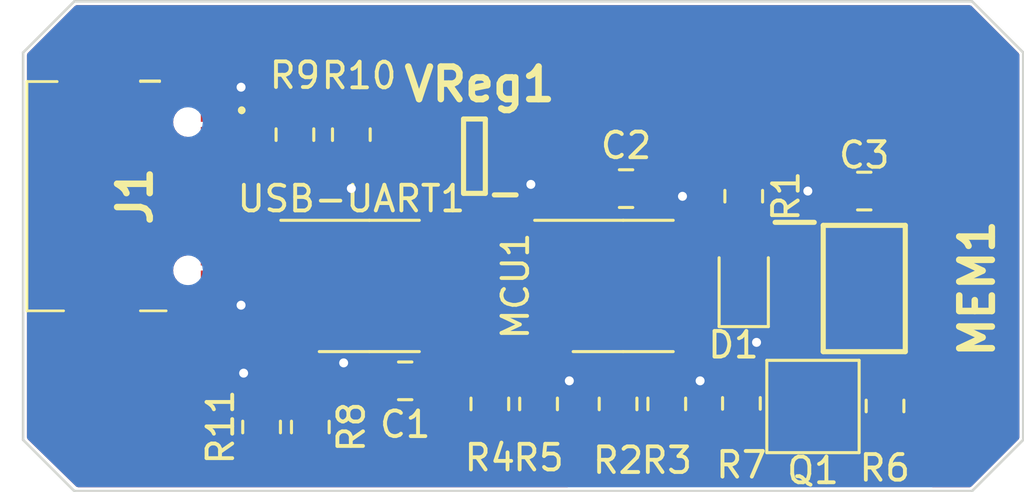
<source format=kicad_pcb>
(kicad_pcb (version 20221018) (generator pcbnew)
  (layers (0 "F.Cu" signal) (31 "B.Cu" signal) (34 "B.Paste" user) (35 "F.Paste" user) (36 "B.SilkS" user "B.Silkscreen") (37 "F.SilkS" user "F.Silkscreen") (38 "B.Mask" user) (39 "F.Mask" user) (44 "Edge.Cuts" user))
  (net 0 "")
  (net 1 "+5V")
  (net 2 "GND")
  (net 3 "PA0")
  (net 4 "Net-(D1-A)")
  (net 5 "Net-(J1-CC1)")
  (net 6 "Net-(USB-UART1-UD+)")
  (net 9 "Net-(USB-UART1-UD-)")
  (net 11 "Net-(J1-CC2)")
  (net 13 "Net-(MEM1-SO(IO1))")
  (net 14 "+3.3V")
  (net 16 "Net-(MEM1-SI(IO0))")
  (net 17 "Net-(MEM1-SCK)")
  (net 19 "Net-(MCU1-PA6)")
  (net 20 "Net-(MCU1-PA7)")
  (net 21 "PA2")
  (net 22 "PA1")
  (net 23 "PA3")
  (net 24 "Net-(R11-Pad2)")
  (net 25 "Net-(R10-Pad2)")
  (footprint "Resistor_SMD:R_0805_2012Metric" (layer "F.Cu") (at 128.2 102.1 90)
    (fp_text reference "R4" (at -2.1 0 180) (layer "F.SilkS"))
    (fp_text value "1.5k")
    (fp_line (start -0.227064 -0.735) (end 0.227064 -0.735) (stroke (width 0.12)) (layer "F.SilkS"))
    (fp_line (start -0.227064 0.735) (end 0.227064 0.735) (stroke (width 0.12)) (layer "F.SilkS"))
    (pad "1" smd roundrect (at -0.9125 0 90) (size 1.025 1.4) (layers "F.Cu" "F.Paste" "F.Mask") (roundrect_rratio 0.243902) (net 16 "Net-(MEM1-SI(IO0))"))
    (pad "2" smd roundrect (at 0.9125 0 90) (size 1.025 1.4) (layers "F.Cu" "F.Paste" "F.Mask") (roundrect_rratio 0.243902) (net 22 "PA1"))
  )
  (footprint "Resistor_SMD:R_0805_2012Metric" (layer "F.Cu") (at 135.1 102.1 90)
    (fp_text reference "R3" (at -2.2 0 180) (layer "F.SilkS"))
    (fp_text value "2.4k")
    (fp_line (start -0.227064 -0.735) (end 0.227064 -0.735) (stroke (width 0.12)) (layer "F.SilkS"))
    (fp_line (start -0.227064 0.735) (end 0.227064 0.735) (stroke (width 0.12)) (layer "F.SilkS"))
    (pad "1" smd roundrect (at -0.9125 0 90) (size 1.025 1.4) (layers "F.Cu" "F.Paste" "F.Mask") (roundrect_rratio 0.243902) (net 17 "Net-(MEM1-SCK)"))
    (pad "2" smd roundrect (at 0.9125 0 90) (size 1.025 1.4) (layers "F.Cu" "F.Paste" "F.Mask") (roundrect_rratio 0.243902) (net 2 "GND"))
  )
  (footprint "Resistor_SMD:R_0805_2012Metric" (layer "F.Cu") (at 138.01 102.08 -90)
    (fp_text reference "R7" (at 2.4 0 -180) (layer "F.SilkS"))
    (fp_text value "10k")
    (fp_line (start -0.227064 -0.735) (end 0.227064 -0.735) (stroke (width 0.12)) (layer "F.SilkS"))
    (fp_line (start -0.227064 0.735) (end 0.227064 0.735) (stroke (width 0.12)) (layer "F.SilkS"))
    (pad "1" smd roundrect (at -0.9125 0 270) (size 1.025 1.4) (layers "F.Cu" "F.Paste" "F.Mask") (roundrect_rratio 0.243902) (net 21 "PA2"))
    (pad "2" smd roundrect (at 0.9125 0 270) (size 1.025 1.4) (layers "F.Cu" "F.Paste" "F.Mask") (roundrect_rratio 0.243902) (net 1 "+5V"))
  )
  (footprint "Resistor_SMD:R_0805_2012Metric" (layer "F.Cu") (at 143.61 102.18 90)
    (fp_text reference "R6" (at -2.42 -0.01) (layer "F.SilkS"))
    (fp_text value "10k")
    (fp_line (start -0.227064 -0.735) (end 0.227064 -0.735) (stroke (width 0.12)) (layer "F.SilkS"))
    (fp_line (start -0.227064 0.735) (end 0.227064 0.735) (stroke (width 0.12)) (layer "F.SilkS"))
    (pad "1" smd roundrect (at -0.9125 0 90) (size 1.025 1.4) (layers "F.Cu" "F.Paste" "F.Mask") (roundrect_rratio 0.243902) (net 13 "Net-(MEM1-SO(IO1))"))
    (pad "2" smd roundrect (at 0.9125 0 90) (size 1.025 1.4) (layers "F.Cu" "F.Paste" "F.Mask") (roundrect_rratio 0.243902) (net 14 "+3.3V"))
  )
  (footprint "Capacitor_SMD:C_0805_2012Metric" (layer "F.Cu") (at 133.512 93.705)
    (fp_text reference "C2" (at 0 -1.68) (layer "F.SilkS"))
    (fp_text value "0.1uF")
    (fp_line (start -0.261252 -0.735) (end 0.261252 -0.735) (stroke (width 0.12)) (layer "F.SilkS"))
    (fp_line (start -0.261252 0.735) (end 0.261252 0.735) (stroke (width 0.12)) (layer "F.SilkS"))
    (pad "1" smd roundrect (at -0.95 0) (size 1 1.45) (layers "F.Cu" "F.Paste" "F.Mask") (net 1 "+5V"))
    (pad "2" smd roundrect (at 0.95 0) (size 1 1.45) (layers "F.Cu" "F.Paste" "F.Mask") (net 2 "GND"))
  )
  (footprint "Resistor_SMD:R_0805_2012Metric" (layer "F.Cu") (at 130.1 102.1 90)
    (fp_text reference "R5" (at -2.1 0 180) (layer "F.SilkS"))
    (fp_text value "2.4k")
    (fp_line (start -0.227064 -0.735) (end 0.227064 -0.735) (stroke (width 0.12)) (layer "F.SilkS"))
    (fp_line (start -0.227064 0.735) (end 0.227064 0.735) (stroke (width 0.12)) (layer "F.SilkS"))
    (pad "1" smd roundrect (at -0.9125 0 90) (size 1.025 1.4) (layers "F.Cu" "F.Paste" "F.Mask") (roundrect_rratio 0.243902) (net 16 "Net-(MEM1-SI(IO0))"))
    (pad "2" smd roundrect (at 0.9125 0 90) (size 1.025 1.4) (layers "F.Cu" "F.Paste" "F.Mask") (roundrect_rratio 0.243902) (net 2 "GND"))
  )
  (footprint "Diode_SMD:D_0805_2012Metric" (layer "F.Cu") (at 138.1 97.4 90)
    (fp_text reference "D1" (at -2.4 -0.4 180) (layer "F.SilkS"))
    (fp_text value "D")
    (fp_line (start -1.685 -0.96) (end -1.685 0.96) (stroke (width 0.12)) (layer "F.SilkS"))
    (fp_line (start -1.685 0.96) (end 1 0.96) (stroke (width 0.12)) (layer "F.SilkS"))
    (fp_line (start 1 -0.96) (end -1.685 -0.96) (stroke (width 0.12)) (layer "F.SilkS"))
    (pad "1" smd roundrect (at -0.9375 0 90) (size 0.975 1.4) (layers "F.Cu" "F.Paste" "F.Mask") (net 3 "PA0"))
    (pad "2" smd roundrect (at 0.9375 0 90) (size 0.975 1.4) (layers "F.Cu" "F.Paste" "F.Mask") (net 4 "Net-(D1-A)"))
  )
  (footprint "PCM_Package_TO_SOT_SMD_AKL:SOT-23" (layer "F.Cu") (at 140.8 102.2 180)
    (fp_text reference "Q1" (at 0 -2.5) (layer "F.SilkS"))
    (fp_text value "MMBT7002K" hide)
    (fp_line (start -1.8 -1.8) (end -1.8 1.8) (stroke (width 0.12)) (layer "F.SilkS"))
    (fp_line (start -1.8 1.8) (end 1.8 1.8) (stroke (width 0.12)) (layer "F.SilkS"))
    (fp_line (start 1.8 -1.8) (end -1.8 -1.8) (stroke (width 0.12)) (layer "F.SilkS"))
    (fp_line (start 1.8 1.8) (end 1.8 -1.8) (stroke (width 0.12)) (layer "F.SilkS"))
    (pad "1" smd roundrect (at -1 -0.95 180) (size 0.9 0.8) (layers "F.Cu" "F.Paste" "F.Mask") (net 14 "+3.3V"))
    (pad "2" smd roundrect (at -1 0.95 180) (size 0.9 0.8) (layers "F.Cu" "F.Paste" "F.Mask") (net 13 "Net-(MEM1-SO(IO1))"))
    (pad "3" smd roundrect (at 1 0 180) (size 0.9 0.8) (layers "F.Cu" "F.Paste" "F.Mask") (net 21 "PA2"))
  )
  (footprint "Samacsys:SOT96P240X120-3N" (layer "F.Cu") (at 127.6 92.44 180)
    (fp_text reference "VReg1" (at -0.2 2.8) (layer "F.SilkS") (effects (font (size 1.27 1.27) (thickness 0.254))))
    (fp_text value "AP2120N-3.0TRG1" hide)
    (fp_line (start -1.625 -1.51) (end -0.775 -1.51) (stroke (width 0.2)) (layer "F.SilkS"))
    (fp_line (start -0.425 -1.45) (end 0.425 -1.45) (stroke (width 0.2)) (layer "F.SilkS"))
    (fp_line (start -0.425 1.45) (end -0.425 -1.45) (stroke (width 0.2)) (layer "F.SilkS"))
    (fp_line (start 0.425 -1.45) (end 0.425 1.45) (stroke (width 0.2)) (layer "F.SilkS"))
    (fp_line (start 0.425 1.45) (end -0.425 1.45) (stroke (width 0.2)) (layer "F.SilkS"))
    (pad "1" smd rect (at -1.2 -0.96 270) (size 0.6 0.85) (layers "F.Cu" "F.Paste" "F.Mask") (net 2 "GND"))
    (pad "2" smd rect (at -1.2 0.96 270) (size 0.6 0.85) (layers "F.Cu" "F.Paste" "F.Mask") (net 14 "+3.3V"))
    (pad "3" smd rect (at 1.2 0 270) (size 0.6 0.85) (layers "F.Cu" "F.Paste" "F.Mask") (net 1 "+5V"))
  )
  (footprint "Resistor_SMD:R_0805_2012Metric" (layer "F.Cu") (at 133.2 102.1 90)
    (fp_text reference "R2" (at -2.2 0 180) (layer "F.SilkS"))
    (fp_text value "1.5k")
    (fp_line (start -0.227064 -0.735) (end 0.227064 -0.735) (stroke (width 0.12)) (layer "F.SilkS"))
    (fp_line (start -0.227064 0.735) (end 0.227064 0.735) (stroke (width 0.12)) (layer "F.SilkS"))
    (pad "1" smd roundrect (at -0.9125 0 90) (size 1.025 1.4) (layers "F.Cu" "F.Paste" "F.Mask") (roundrect_rratio 0.243902) (net 17 "Net-(MEM1-SCK)"))
    (pad "2" smd roundrect (at 0.9125 0 90) (size 1.025 1.4) (layers "F.Cu" "F.Paste" "F.Mask") (roundrect_rratio 0.243902) (net 23 "PA3"))
  )
  (footprint "Resistor_SMD:R_0805_2012Metric" (layer "F.Cu") (at 122.8 91.6 90)
    (fp_text reference "R10" (at 2.3 0.3 180) (layer "F.SilkS"))
    (fp_text value "3.9k")
    (fp_line (start -0.227064 -0.735) (end 0.227064 -0.735) (stroke (width 0.12)) (layer "F.SilkS"))
    (fp_line (start -0.227064 0.735) (end 0.227064 0.735) (stroke (width 0.12)) (layer "F.SilkS"))
    (pad "1" smd roundrect (at -0.9125 0 90) (size 1.025 1.4) (layers "F.Cu" "F.Paste" "F.Mask") (roundrect_rratio 0.243902) (net 2 "GND"))
    (pad "2" smd roundrect (at 0.9125 0 90) (size 1.025 1.4) (layers "F.Cu" "F.Paste" "F.Mask") (roundrect_rratio 0.243902) (net 25 "Net-(R10-Pad2)"))
  )
  (footprint "Resistor_SMD:R_0805_2012Metric" (layer "F.Cu") (at 138.1 94 -90)
    (fp_text reference "R1" (at 0 -1.65 90) (layer "F.SilkS"))
    (fp_text value "10k")
    (fp_line (start -0.227064 -0.735) (end 0.227064 -0.735) (stroke (width 0.12)) (layer "F.SilkS"))
    (fp_line (start -0.227064 0.735) (end 0.227064 0.735) (stroke (width 0.12)) (layer "F.SilkS"))
    (pad "1" smd roundrect (at -0.9125 0 270) (size 1.025 1.4) (layers "F.Cu" "F.Paste" "F.Mask") (roundrect_rratio 0.243902) (net 14 "+3.3V"))
    (pad "2" smd roundrect (at 0.9125 0 270) (size 1.025 1.4) (layers "F.Cu" "F.Paste" "F.Mask") (roundrect_rratio 0.243902) (net 4 "Net-(D1-A)"))
  )
  (footprint "Package_SO:SOIC-8_3.9x4.9mm_P1.27mm" (layer "F.Cu") (at 123.5 97.5)
    (fp_text reference "USB-UART1" (at -0.7 -3.4) (layer "F.SilkS"))
    (fp_text value "CH330N")
    (fp_line (start 0 -2.56) (end -3.45 -2.56) (stroke (width 0.12)) (layer "F.SilkS"))
    (fp_line (start 0 -2.56) (end 1.95 -2.56) (stroke (width 0.12)) (layer "F.SilkS"))
    (fp_line (start 0 2.56) (end -1.95 2.56) (stroke (width 0.12)) (layer "F.SilkS"))
    (fp_line (start 0 2.56) (end 1.95 2.56) (stroke (width 0.12)) (layer "F.SilkS"))
    (pad "1" smd roundrect (at -2.475 -1.905) (size 1.95 0.6) (layers "F.Cu" "F.Paste" "F.Mask") (net 6 "Net-(USB-UART1-UD+)"))
    (pad "2" smd roundrect (at -2.475 -0.635) (size 1.95 0.6) (layers "F.Cu" "F.Paste" "F.Mask") (net 9 "Net-(USB-UART1-UD-)"))
    (pad "3" smd roundrect (at -2.475 0.635) (size 1.95 0.6) (layers "F.Cu" "F.Paste" "F.Mask") (net 2 "GND"))
    (pad "4" smd roundrect (at -2.475 1.905) (size 1.95 0.6) (layers "F.Cu" "F.Paste" "F.Mask"))
    (pad "5" smd roundrect (at 2.475 1.905) (size 1.95 0.6) (layers "F.Cu" "F.Paste" "F.Mask") (net 1 "+5V"))
    (pad "6" smd roundrect (at 2.475 0.635) (size 1.95 0.6) (layers "F.Cu" "F.Paste" "F.Mask") (net 20 "Net-(MCU1-PA7)"))
    (pad "7" smd roundrect (at 2.475 -0.635) (size 1.95 0.6) (layers "F.Cu" "F.Paste" "F.Mask") (net 19 "Net-(MCU1-PA6)"))
    (pad "8" smd roundrect (at 2.475 -1.905) (size 1.95 0.6) (layers "F.Cu" "F.Paste" "F.Mask"))
  )
  (footprint "Resistor_SMD:R_0805_2012Metric" (layer "F.Cu") (at 120.6 91.6 -90)
    (fp_text reference "R9" (at -2.3125 0 -180) (layer "F.SilkS"))
    (fp_text value "1.2k")
    (fp_line (start -0.227064 -0.735) (end 0.227064 -0.735) (stroke (width 0.12)) (layer "F.SilkS"))
    (fp_line (start -0.227064 0.735) (end 0.227064 0.735) (stroke (width 0.12)) (layer "F.SilkS"))
    (pad "1" smd roundrect (at -0.9125 0 270) (size 1.025 1.4) (layers "F.Cu" "F.Paste" "F.Mask") (roundrect_rratio 0.243902) (net 25 "Net-(R10-Pad2)"))
    (pad "2" smd roundrect (at 0.9125 0 270) (size 1.025 1.4) (layers "F.Cu" "F.Paste" "F.Mask") (roundrect_rratio 0.243902) (net 5 "Net-(J1-CC1)"))
  )
  (footprint "Samacsys:SOIC127P600X175-8N" (layer "F.Cu") (at 142.8 97.6)
    (fp_text reference "MEM1" (at 4.4 0 90) (layer "F.SilkS") (effects (font (size 1.27 1.27) (thickness 0.254))))
    (fp_text value "AT25SF041B-SSHB-B" hide)
    (fp_line (start -3.475 -2.58) (end -1.95 -2.58) (stroke (width 0.2)) (layer "F.SilkS"))
    (fp_line (start -1.6 -2.462) (end 1.6 -2.462) (stroke (width 0.2)) (layer "F.SilkS"))
    (fp_line (start -1.6 2.462) (end -1.6 -2.462) (stroke (width 0.2)) (layer "F.SilkS"))
    (fp_line (start 1.6 -2.462) (end 1.6 2.462) (stroke (width 0.2)) (layer "F.SilkS"))
    (fp_line (start 1.6 2.462) (end -1.6 2.462) (stroke (width 0.2)) (layer "F.SilkS"))
    (pad "1" smd rect (at -2.712 -1.905 90) (size 0.65 1.525) (layers "F.Cu" "F.Paste" "F.Mask") (net 4 "Net-(D1-A)"))
    (pad "2" smd rect (at -2.712 -0.635 90) (size 0.65 1.525) (layers "F.Cu" "F.Paste" "F.Mask") (net 13 "Net-(MEM1-SO(IO1))"))
    (pad "3" smd rect (at -2.712 0.635 90) (size 0.65 1.525) (layers "F.Cu" "F.Paste" "F.Mask"))
    (pad "4" smd rect (at -2.712 1.905 90) (size 0.65 1.525) (layers "F.Cu" "F.Paste" "F.Mask") (net 2 "GND"))
    (pad "5" smd rect (at 2.712 1.905 90) (size 0.65 1.525) (layers "F.Cu" "F.Paste" "F.Mask") (net 16 "Net-(MEM1-SI(IO0))"))
    (pad "6" smd rect (at 2.712 0.635 90) (size 0.65 1.525) (layers "F.Cu" "F.Paste" "F.Mask") (net 17 "Net-(MEM1-SCK)"))
    (pad "7" smd rect (at 2.712 -0.635 90) (size 0.65 1.525) (layers "F.Cu" "F.Paste" "F.Mask"))
    (pad "8" smd rect (at 2.712 -1.905 90) (size 0.65 1.525) (layers "F.Cu" "F.Paste" "F.Mask") (net 14 "+3.3V"))
  )
  (footprint "Capacitor_SMD:C_0805_2012Metric_Pad1.18x1.45mm_HandSolder" (layer "F.Cu") (at 124.9 101.2)
    (fp_text reference "C1" (at 0 1.7) (layer "F.SilkS"))
    (fp_text value "0.1uF")
    (fp_line (start -0.261252 -0.735) (end 0.261252 -0.735) (stroke (width 0.12)) (layer "F.SilkS"))
    (fp_line (start -0.261252 0.735) (end 0.261252 0.735) (stroke (width 0.12)) (layer "F.SilkS"))
    (pad "1" smd roundrect (at -1.0375 0) (size 1.175 1.45) (layers "F.Cu" "F.Paste" "F.Mask") (roundrect_rratio 0.212766) (net 2 "GND"))
    (pad "2" smd roundrect (at 1.0375 0) (size 1.175 1.45) (layers "F.Cu" "F.Paste" "F.Mask") (roundrect_rratio 0.212766) (net 1 "+5V"))
  )
  (footprint "Package_SO:SOIC-8_3.9x4.9mm_P1.27mm" (layer "F.Cu") (at 133.4 97.5)
    (fp_text reference "MCU1" (at -4.2 0 90) (layer "F.SilkS"))
    (fp_text value "ATtiny402-SS")
    (fp_line (start 0 -2.56) (end -3.45 -2.56) (stroke (width 0.12)) (layer "F.SilkS"))
    (fp_line (start 0 -2.56) (end 1.95 -2.56) (stroke (width 0.12)) (layer "F.SilkS"))
    (fp_line (start 0 2.56) (end -1.95 2.56) (stroke (width 0.12)) (layer "F.SilkS"))
    (fp_line (start 0 2.56) (end 1.95 2.56) (stroke (width 0.12)) (layer "F.SilkS"))
    (pad "1" smd roundrect (at -2.475 -1.905) (size 1.95 0.6) (layers "F.Cu" "F.Paste" "F.Mask") (net 1 "+5V"))
    (pad "2" smd roundrect (at -2.475 -0.635) (size 1.95 0.6) (layers "F.Cu" "F.Paste" "F.Mask") (net 19 "Net-(MCU1-PA6)"))
    (pad "3" smd roundrect (at -2.475 0.635) (size 1.95 0.6) (layers "F.Cu" "F.Paste" "F.Mask") (net 20 "Net-(MCU1-PA7)"))
    (pad "4" smd roundrect (at -2.475 1.905) (size 1.95 0.6) (layers "F.Cu" "F.Paste" "F.Mask") (net 22 "PA1"))
    (pad "5" smd roundrect (at 2.475 1.905) (size 1.95 0.6) (layers "F.Cu" "F.Paste" "F.Mask") (net 21 "PA2"))
    (pad "6" smd roundrect (at 2.475 0.635) (size 1.95 0.6) (layers "F.Cu" "F.Paste" "F.Mask") (net 3 "PA0"))
    (pad "7" smd roundrect (at 2.475 -0.635) (size 1.95 0.6) (layers "F.Cu" "F.Paste" "F.Mask") (net 23 "PA3"))
    (pad "8" smd roundrect (at 2.475 -1.905) (size 1.95 0.6) (layers "F.Cu" "F.Paste" "F.Mask") (net 2 "GND"))
  )
  (footprint "Resistor_SMD:R_0805_2012Metric" (layer "F.Cu") (at 119.3 103 -90)
    (fp_text reference "R11" (at 0 1.6 90) (layer "F.SilkS"))
    (fp_text value "3.9k")
    (fp_line (start -0.227064 -0.735) (end 0.227064 -0.735) (stroke (width 0.12)) (layer "F.SilkS"))
    (fp_line (start -0.227064 0.735) (end 0.227064 0.735) (stroke (width 0.12)) (layer "F.SilkS"))
    (pad "1" smd roundrect (at -0.9125 0 270) (size 1.025 1.4) (layers "F.Cu" "F.Paste" "F.Mask") (roundrect_rratio 0.243902) (net 2 "GND"))
    (pad "2" smd roundrect (at 0.9125 0 270) (size 1.025 1.4) (layers "F.Cu" "F.Paste" "F.Mask") (roundrect_rratio 0.243902) (net 24 "Net-(R11-Pad2)"))
  )
  (footprint "Resistor_SMD:R_0805_2012Metric" (layer "F.Cu") (at 121.2 103 90)
    (fp_text reference "R8" (at 0 1.6 90) (layer "F.SilkS"))
    (fp_text value "1.2k")
    (fp_line (start -0.227064 -0.735) (end 0.227064 -0.735) (stroke (width 0.12)) (layer "F.SilkS"))
    (fp_line (start -0.227064 0.735) (end 0.227064 0.735) (stroke (width 0.12)) (layer "F.SilkS"))
    (pad "1" smd roundrect (at -0.9125 0 90) (size 1.025 1.4) (layers "F.Cu" "F.Paste" "F.Mask") (roundrect_rratio 0.243902) (net 24 "Net-(R11-Pad2)"))
    (pad "2" smd roundrect (at 0.9125 0 90) (size 1.025 1.4) (layers "F.Cu" "F.Paste" "F.Mask") (roundrect_rratio 0.243902) (net 11 "Net-(J1-CC2)"))
  )
  (footprint "Samacsys:USB4110GFA_S" (layer "F.Cu") (at 113.827 94 -90)
    (fp_text reference "J1" (at 0 -0.536 90) (layer "F.SilkS") (effects (font (size 1.27 1.27) (thickness 0.254))))
    (fp_text value "USB_C_Receptacle_USB2.0" hide)
    (fp_line (start -4.5 -1.5) (end -4.5 -0.75) (stroke (width 0.1)) (layer "F.SilkS"))
    (fp_line (start -4.5 -0.75) (end -4.47 -0.75) (stroke (width 0.1)) (layer "F.SilkS"))
    (fp_line (start -4.47 -1.5) (end -4.5 -1.5) (stroke (width 0.1)) (layer "F.SilkS"))
    (fp_line (start -4.47 -0.75) (end -4.47 -1.5) (stroke (width 0.1)) (layer "F.SilkS"))
    (fp_line (start -4.47 2.5) (end -4.47 2.5) (stroke (width 0.1)) (layer "F.SilkS"))
    (fp_line (start -4.47 2.5) (end -4.47 3.677) (stroke (width 0.1)) (layer "F.SilkS"))
    (fp_line (start -4.47 3.677) (end -4.47 2.5) (stroke (width 0.1)) (layer "F.SilkS"))
    (fp_line (start -4.47 3.677) (end -4.47 3.677) (stroke (width 0.1)) (layer "F.SilkS"))
    (fp_line (start -4.47 3.677) (end -4.47 3.677) (stroke (width 0.1)) (layer "F.SilkS"))
    (fp_line (start -4.47 3.677) (end 4.47 3.677) (stroke (width 0.1)) (layer "F.SilkS"))
    (fp_line (start -3.4 -4.7) (end -3.4 -4.7) (stroke (width 0.2)) (layer "F.SilkS"))
    (fp_line (start -3.4 -4.7) (end -3.4 -4.7) (stroke (width 0.2)) (layer "F.SilkS"))
    (fp_line (start -3.3 -4.7) (end -3.3 -4.7) (stroke (width 0.2)) (layer "F.SilkS"))
    (fp_line (start 4.47 -1.75) (end 4.47 -1.75) (stroke (width 0.1)) (layer "F.SilkS"))
    (fp_line (start 4.47 -1.75) (end 4.47 -0.75) (stroke (width 0.1)) (layer "F.SilkS"))
    (fp_line (start 4.47 -0.75) (end 4.47 -1.75) (stroke (width 0.1)) (layer "F.SilkS"))
    (fp_line (start 4.47 -0.75) (end 4.47 -0.75) (stroke (width 0.1)) (layer "F.SilkS"))
    (fp_line (start 4.47 2.25) (end 4.47 2.25) (stroke (width 0.1)) (layer "F.SilkS"))
    (fp_line (start 4.47 2.25) (end 4.47 3.677) (stroke (width 0.1)) (layer "F.SilkS"))
    (fp_line (start 4.47 3.677) (end -4.47 3.677) (stroke (width 0.1)) (layer "F.SilkS"))
    (fp_line (start 4.47 3.677) (end 4.47 2.25) (stroke (width 0.1)) (layer "F.SilkS"))
    (fp_line (start 4.47 3.677) (end 4.47 3.677) (stroke (width 0.1)) (layer "F.SilkS"))
    (fp_line (start 4.47 3.677) (end 4.47 3.677) (stroke (width 0.1)) (layer "F.SilkS"))
    (fp_arc (start -3.4 -4.7) (mid -3.35 -4.75) (end -3.3 -4.7) (stroke (width 0.2)) (layer "F.SilkS"))
    (fp_arc (start -3.3 -4.7) (mid -3.35 -4.65) (end -3.4 -4.7) (stroke (width 0.2)) (layer "F.SilkS"))
    (fp_arc (start -3.3 -4.7) (mid -3.35 -4.65) (end -3.4 -4.7) (stroke (width 0.2)) (layer "F.SilkS"))
    (pad "" np_thru_hole circle (at -2.89 -2.603 270) (size 0.65 0.65) (drill 0.65) (layers "*.Cu" "*.Mask"))
    (pad "" np_thru_hole circle (at 2.89 -2.603 270) (size 0.65 0.65) (drill 0.65) (layers "*.Cu" "*.Mask"))
    (pad "A1" smd rect (at -3.35 -3.678 270) (size 0.3 1.15) (layers "F.Cu" "F.Paste" "F.Mask") (net 2 "GND"))
    (pad "A4" smd rect (at -2.55 -3.678 270) (size 0.3 1.15) (layers "F.Cu" "F.Paste" "F.Mask") (net 1 "+5V"))
    (pad "A5" smd rect (at -1.25 -3.678 270) (size 0.3 1.15) (layers "F.Cu" "F.Paste" "F.Mask") (net 5 "Net-(J1-CC1)"))
    (pad "A6" smd rect (at -0.25 -3.678 270) (size 0.3 1.15) (layers "F.Cu" "F.Paste" "F.Mask") (net 6 "Net-(USB-UART1-UD+)"))
    (pad "A7" smd rect (at 0.25 -3.678 270) (size 0.3 1.15) (layers "F.Cu" "F.Paste" "F.Mask") (net 9 "Net-(USB-UART1-UD-)"))
    (pad "A8" smd rect (at 1.25 -3.678 270) (size 0.3 1.15) (layers "F.Cu" "F.Paste" "F.Mask"))
    (pad "A9" smd rect (at 2.55 -3.678 270) (size 0.3 1.15) (layers "F.Cu" "F.Paste" "F.Mask") (net 1 "+5V"))
    (pad "A12" smd rect (at 3.35 -3.678 270) (size 0.3 1.15) (layers "F.Cu" "F.Paste" "F.Mask") (net 2 "GND"))
    (pad "B1" smd rect (at 3.05 -3.678 270) (size 0.3 1.15) (layers "F.Cu" "F.Paste" "F.Mask") (net 2 "GND"))
    (pad "B4" smd rect (at 2.25 -3.678 270) (size 0.3 1.15) (layers "F.Cu" "F.Paste" "F.Mask") (net 1 "+5V"))
    (pad "B5" smd rect (at 1.75 -3.678 270) (size 0.3 1.15) (layers "F.Cu" "F.Paste" "F.Mask") (net 11 "Net-(J1-CC2)"))
    (pad "B6" smd rect (at 0.75 -3.678 270) (size 0.3 1.15) (layers "F.Cu" "F.Paste" "F.Mask") (net 6 "Net-(USB-UART1-UD+)"))
    (pad "B7" smd rect (at -0.75 -3.678 270) (size 0.3 1.15) (layers "F.Cu" "F.Paste" "F.Mask") (net 9 "Net-(USB-UART1-UD-)"))
    (pad "B8" smd rect (at -1.75 -3.678 270) (size 0.3 1.15) (layers "F.Cu" "F.Paste" "F.Mask"))
    (pad "B9" smd rect (at -2.25 -3.678 270) (size 0.3 1.15) (layers "F.Cu" "F.Paste" "F.Mask") (net 1 "+5V"))
    (pad "B12" smd rect (at -3.05 -3.678 270) (size 0.3 1.15) (layers "F.Cu" "F.Paste" "F.Mask") (net 2 "GND"))
    (pad "S1" smd rect (at -5.11 -3.103) (size 2 2.18) (layers "F.Cu" "F.Paste" "F.Mask") (net 2 "GND"))
    (pad "S1" smd rect (at -5.11 0.827) (size 2 2.18) (layers "F.Cu" "F.Paste" "F.Mask") (net 2 "GND"))
    (pad "S1" smd rect (at 5.11 -3.103) (size 2 2.18) (layers "F.Cu" "F.Paste" "F.Mask") (net 2 "GND"))
    (pad "S1" smd rect (at 5.11 0.827) (size 2 2.18) (layers "F.Cu" "F.Paste" "F.Mask") (net 2 "GND"))
  )
  (footprint "Capacitor_SMD:C_0805_2012Metric_Pad1.18x1.45mm_HandSolder" (layer "F.Cu") (at 142.8 93.8 180)
    (fp_text reference "C3" (at 0 1.4) (layer "F.SilkS"))
    (fp_text value "0.1uF")
    (fp_line (start -0.261252 -0.735) (end 0.261252 -0.735) (stroke (width 0.12)) (layer "F.SilkS"))
    (fp_line (start -0.261252 0.735) (end 0.261252 0.735) (stroke (width 0.12)) (layer "F.SilkS"))
    (pad "1" smd roundrect (at -1.0375 0 180) (size 1.175 1.45) (layers "F.Cu" "F.Paste" "F.Mask") (roundrect_rratio 0.212766) (net 14 "+3.3V"))
    (pad "2" smd roundrect (at 1.0375 0 180) (size 1.175 1.45) (layers "F.Cu" "F.Paste" "F.Mask") (roundrect_rratio 0.212766) (net 2 "GND"))
  )
  (gr_line (start 147 86.4) (end 149 88.4) (stroke (width 0.1)) (layer "Edge.Cuts"))
  (gr_line (start 147 105.5) (end 149 103.5) (stroke (width 0.1)) (layer "Edge.Cuts"))
  (gr_line (start 110 88.4) (end 112 86.4) (stroke (width 0.1)) (layer "Edge.Cuts"))
  (gr_line (start 110 103.5) (end 112 105.5) (stroke (width 0.1)) (layer "Edge.Cuts"))
  (gr_line (start 149 88.4) (end 149 103.5) (stroke (width 0.1)) (layer "Edge.Cuts"))
  (gr_line (start 110 103.5) (end 110 88.4) (stroke (width 0.1)) (layer "Edge.Cuts"))
  (gr_line (start 112 86.4) (end 147 86.4) (stroke (width 0.1)) (layer "Edge.Cuts"))
  (gr_line (start 112 105.5) (end 147 105.5) (stroke (width 0.1)) (layer "Edge.Cuts"))
  (segment (start 117.505 91.75) (end 116.815305 91.75) (width 0.3) (layer "F.Cu") (net 1))
  (segment (start 131.899999 95.595) (end 130.925 95.595) (width 0.3) (layer "F.Cu") (net 1))
  (segment (start 118.5 91.6) (end 118.455 91.6) (width 0.45) (layer "F.Cu") (net 1))
  (segment (start 132.5 100.1) (end 132.5 96.195001) (width 0.3) (layer "F.Cu") (net 1))
  (segment (start 118.455 91.6) (end 118.1 91.6) (width 0.45) (layer "F.Cu") (net 1))
  (segment (start 125.9375 101.2) (end 125.9375 102.5625) (width 0.45) (layer "F.Cu") (net 1))
  (segment (start 117.115305 91.45) (end 117.505 91.45) (width 0.3) (layer "F.Cu") (net 1))
  (segment (start 117.115305 96.55) (end 117.505 96.55) (width 0.3) (layer "F.Cu") (net 1))
  (segment (start 138.01 102.9925) (end 137.2175 102.2) (width 0.3) (layer "F.Cu") (net 1))
  (segment (start 116.7 96.1) (end 117.115305 96.55) (width 0.3) (layer "F.Cu") (net 1))
  (segment (start 132.715256 102.2) (end 132.2 101.684744) (width 0.3) (layer "F.Cu") (net 1))
  (segment (start 137.2175 102.2) (end 132.715256 102.2) (width 0.3) (layer "F.Cu") (net 1))
  (segment (start 116 96.1) (end 116.7 96.1) (width 0.3) (layer "F.Cu") (net 1))
  (segment (start 116.1 92) (end 115.6 92.5) (width 0.3) (layer "F.Cu") (net 1))
  (segment (start 132.2 101.684744) (end 132.2 100.4) (width 0.3) (layer "F.Cu") (net 1))
  (segment (start 125.9375 102.5625) (end 125.9 102.6) (width 0.45) (layer "F.Cu") (net 1))
  (segment (start 118.5 91.6) (end 122 91.6) (width 0.45) (layer "F.Cu") (net 1))
  (segment (start 116.815305 91.75) (end 116.565305 92) (width 0.3) (layer "F.Cu") (net 1))
  (segment (start 132.5 96.195001) (end 131.899999 95.595) (width 0.3) (layer "F.Cu") (net 1))
  (segment (start 115.6 92.5) (end 115.6 95.7) (width 0.3) (layer "F.Cu") (net 1))
  (segment (start 132.2 100.4) (end 132.5 100.1) (width 0.3) (layer "F.Cu") (net 1))
  (segment (start 125.9375 99.4425) (end 125.975 99.405) (width 0.45) (layer "F.Cu") (net 1))
  (segment (start 122 91.6) (end 124.1 91.6) (width 0.45) (layer "F.Cu") (net 1))
  (segment (start 130.937 95.5) (end 130.937 95.33) (width 0.45) (layer "F.Cu") (net 1))
  (segment (start 130.937 95.33) (end 132.562 93.705) (width 0.45) (layer "F.Cu") (net 1))
  (segment (start 116.565305 92) (end 116.1 92) (width 0.3) (layer "F.Cu") (net 1))
  (segment (start 125.9375 101.2) (end 125.9375 99.4425) (width 0.45) (layer "F.Cu") (net 1))
  (segment (start 115.6 95.7) (end 116 96.1) (width 0.3) (layer "F.Cu") (net 1))
  (segment (start 129.66 93.4) (end 129.8 93.54) (width 0.45) (layer "F.Cu") (net 2))
  (segment (start 116.93 99.11) (end 117.79 98.25) (width 0.45) (layer "F.Cu") (net 2))
  (segment (start 128.8 93.4) (end 129.66 93.4) (width 0.45) (layer "F.Cu") (net 2))
  (segment (start 117.505 90.65) (end 117.505 89.465) (width 0.45) (layer "F.Cu") (net 2))
  (segment (start 117.79 89.75) (end 118.5 89.75) (width 0.45) (layer "F.Cu") (net 2))
  (segment (start 135.1 101.1875) (end 136.3875 101.1875) (width 0.3) (layer "F.Cu") (net 2))
  (segment (start 122.5 98.635001) (end 121.999999 98.135) (width 0.45) (layer "F.Cu") (net 2))
  (segment (start 135.887 95.5) (end 135.887 94.18) (width 0.45) (layer "F.Cu") (net 2))
  (segment (start 123.2 101.2) (end 122.5 100.5) (width 0.45) (layer "F.Cu") (net 2))
  (segment (start 120.91 98.25) (end 121.025 98.135) (width 0.3) (layer "F.Cu") (net 2))
  (segment (start 140.088 99.505) (end 138.795 99.505) (width 0.45) (layer "F.Cu") (net 2))
  (segment (start 140.1 99.517) (end 140.088 99.505) (width 0.45) (layer "F.Cu") (net 2))
  (segment (start 122.8 92.5125) (end 122.8 93.7) (width 0.3) (layer "F.Cu") (net 2))
  (segment (start 119.3 101.6) (end 118.6 100.9) (width 0.3) (layer "F.Cu") (net 2))
  (segment (start 117.79 98.25) (end 118.5 98.25) (width 0.45) (layer "F.Cu") (net 2))
  (segment (start 123.2 101.2) (end 123.8625 101.2) (width 0.45) (layer "F.Cu") (net 2))
  (segment (start 113 99.11) (end 116.93 99.11) (width 0.45) (layer "F.Cu") (net 2))
  (segment (start 135.887 94.18) (end 135.712 94.005) (width 0.45) (layer "F.Cu") (net 2))
  (segment (start 122.5 100.5) (end 122.5 98.635001) (width 0.45) (layer "F.Cu") (net 2))
  (segment (start 138.795 99.505) (end 138.6 99.7) (width 0.45) (layer "F.Cu") (net 2))
  (segment (start 121.999999 98.135) (end 121.025 98.135) (width 0.45) (layer "F.Cu") (net 2))
  (segment (start 117.505 89.465) (end 116.93 88.89) (width 0.45) (layer "F.Cu") (net 2))
  (segment (start 117.505 97.35) (end 117.505 98.535) (width 0.45) (layer "F.Cu") (net 2))
  (segment (start 130.1 101.1875) (end 131.2875 101.1875) (width 0.3) (layer "F.Cu") (net 2))
  (segment (start 135.412 93.705) (end 134.462 93.705) (width 0.45) (layer "F.Cu") (net 2))
  (segment (start 131.2875 101.1875) (end 131.3 101.2) (width 0.3) (layer "F.Cu") (net 2))
  (segment (start 117.505 98.535) (end 116.93 99.11) (width 0.45) (layer "F.Cu") (net 2))
  (segment (start 113 88.89) (end 116.93 88.89) (width 0.45) (layer "F.Cu") (net 2))
  (segment (start 116.93 88.89) (end 117.79 89.75) (width 0.45) (layer "F.Cu") (net 2))
  (segment (start 141.7625 93.8) (end 140.6 93.8) (width 0.45) (layer "F.Cu") (net 2))
  (segment (start 135.712 94.005) (end 135.412 93.705) (width 0.45) (layer "F.Cu") (net 2))
  (segment (start 136.3875 101.1875) (end 136.4 101.2) (width 0.3) (layer "F.Cu") (net 2))
  (segment (start 119.3 102.0875) (end 119.3 101.6) (width 0.3) (layer "F.Cu") (net 2))
  (via (at 118.5 89.75) (size 0.6) (drill 0.35) (layers "F.Cu" "B.Cu") (net 2))
  (via (at 131.3 101.2) (size 0.6) (drill 0.35) (layers "F.Cu" "B.Cu") (net 2))
  (via (at 129.8 93.54) (size 0.6) (drill 0.35) (layers "F.Cu" "B.Cu") (net 2))
  (via (at 140.6 93.8) (size 0.6) (drill 0.35) (layers "F.Cu" "B.Cu") (net 2))
  (via (at 136.4 101.2) (size 0.6) (drill 0.35) (layers "F.Cu" "B.Cu") (net 2))
  (via (at 118.6 100.9) (size 0.6) (drill 0.35) (layers "F.Cu" "B.Cu") (net 2))
  (via (at 135.712 94.005) (size 0.6) (drill 0.35) (layers "F.Cu" "B.Cu") (net 2))
  (via (at 118.5 98.25) (size 0.6) (drill 0.35) (layers "F.Cu" "B.Cu") (net 2))
  (via (at 138.6 99.7) (size 0.6) (drill 0.35) (layers "F.Cu" "B.Cu") (net 2))
  (via (at 122.5 100.5) (size 0.6) (drill 0.35) (layers "F.Cu" "B.Cu") (net 2))
  (via (at 122.8 93.7) (size 0.6) (drill 0.35) (layers "F.Cu" "B.Cu") (net 2))
  (segment (start 135.875 98.135) (end 137.8975 98.135) (width 0.3) (layer "F.Cu") (net 3))
  (segment (start 137.8975 98.135) (end 138.1 98.3375) (width 0.3) (layer "F.Cu") (net 3))
  (segment (start 138.1 94.9125) (end 138.1 96.4625) (width 0.3) (layer "F.Cu") (net 4))
  (segment (start 140.088 95.695) (end 138.8825 95.695) (width 0.3) (layer "F.Cu") (net 4))
  (segment (start 138.8825 95.695) (end 138.1 94.9125) (width 0.3) (layer "F.Cu") (net 4))
  (segment (start 120.95 92.875) (end 120.6 92.525) (width 0.3) (layer "F.Cu") (net 5))
  (segment (start 117.505 92.75) (end 120.35 92.75) (width 0.3) (layer "F.Cu") (net 5))
  (segment (start 120.35 92.75) (end 120.6 92.5) (width 0.3) (layer "F.Cu") (net 5))
  (segment (start 116.4 94.5) (end 116.4 93.98) (width 0.3) (layer "F.Cu") (net 6))
  (segment (start 116.63 93.75) (end 117.505 93.75) (width 0.3) (layer "F.Cu") (net 6))
  (segment (start 121.025 95.595) (end 119.18 93.75) (width 0.3) (layer "F.Cu") (net 6))
  (segment (start 119.18 93.75) (end 117.505 93.75) (width 0.3) (layer "F.Cu") (net 6))
  (segment (start 116.65 94.75) (end 116.4 94.5) (width 0.3) (layer "F.Cu") (net 6))
  (segment (start 116.4 93.98) (end 116.63 93.75) (width 0.3) (layer "F.Cu") (net 6))
  (segment (start 117.505 94.75) (end 116.65 94.75) (width 0.3) (layer "F.Cu") (net 6))
  (segment (start 121.999999 96.865) (end 121.025 96.865) (width 0.3) (layer "F.Cu") (net 9))
  (segment (start 122.095 94.995) (end 122.3 95.2) (width 0.3) (layer "F.Cu") (net 9))
  (segment (start 119.827756 93.25) (end 121.572756 94.995) (width 0.3) (layer "F.Cu") (net 9))
  (segment (start 119.75 95.67) (end 119.75 95.935552) (width 0.3) (layer "F.Cu") (net 9))
  (segment (start 120.679448 96.865) (end 121.025 96.865) (width 0.3) (layer "F.Cu") (net 9))
  (segment (start 119.75 95.935552) (end 120.679448 96.865) (width 0.3) (layer "F.Cu") (net 9))
  (segment (start 117.505 93.25) (end 119.827756 93.25) (width 0.3) (layer "F.Cu") (net 9))
  (segment (start 121.572756 94.995) (end 122.095 94.995) (width 0.3) (layer "F.Cu") (net 9))
  (segment (start 122.3 96.564999) (end 121.999999 96.865) (width 0.3) (layer "F.Cu") (net 9))
  (segment (start 118.33 94.25) (end 119.75 95.67) (width 0.3) (layer "F.Cu") (net 9))
  (segment (start 122.3 95.2) (end 122.3 96.564999) (width 0.3) (layer "F.Cu") (net 9))
  (segment (start 117.505 94.25) (end 118.33 94.25) (width 0.3) (layer "F.Cu") (net 9))
  (segment (start 119.2125 100.1) (end 121.2 102.0875) (width 0.3) (layer "F.Cu") (net 11))
  (segment (start 119.2125 96.370038) (end 119.2125 100.1) (width 0.3) (layer "F.Cu") (net 11))
  (segment (start 117.505 95.75) (end 118.592462 95.75) (width 0.3) (layer "F.Cu") (net 11))
  (segment (start 118.592462 95.75) (end 119.2125 96.370038) (width 0.3) (layer "F.Cu") (net 11))
  (segment (start 141.8 101.25) (end 141.8 98.2395) (width 0.3) (layer "F.Cu") (net 13))
  (segment (start 140.5255 96.965) (end 140.088 96.965) (width 0.3) (layer "F.Cu") (net 13))
  (segment (start 141.05 103.65) (end 141.3 103.9) (width 0.3) (layer "F.Cu") (net 13))
  (segment (start 141.8 101.25) (end 141.05 102) (width 0.3) (layer "F.Cu") (net 13))
  (segment (start 142.8025 103.9) (end 143.61 103.0925) (width 0.3) (layer "F.Cu") (net 13))
  (segment (start 141.8 98.2395) (end 140.5255 96.965) (width 0.3) (layer "F.Cu") (net 13))
  (segment (start 141.05 102) (end 141.05 103.65) (width 0.3) (layer "F.Cu") (net 13))
  (segment (start 141.3 103.9) (end 142.8025 103.9) (width 0.3) (layer "F.Cu") (net 13))
  (segment (start 145.0945 95.695) (end 145.512 95.695) (width 0.3) (layer "F.Cu") (net 14))
  (segment (start 143.5925 101.25) (end 143.61 101.2675) (width 0.3) (layer "F.Cu") (net 14))
  (segment (start 141.8 103.0775) (end 143.61 101.2675) (width 0.3) (layer "F.Cu") (net 14))
  (segment (start 143.61 101.2675) (end 143.61 97.1795) (width 0.3) (layer "F.Cu") (net 14))
  (segment (start 136.4925 91.48) (end 141.5175 91.48) (width 0.45) (layer "F.Cu") (net 14))
  (segment (start 128.86 91.54) (end 128.8 91.48) (width 0.3) (layer "F.Cu") (net 14))
  (segment (start 128.8 91.48) (end 136.4925 91.48) (width 0.45) (layer "F.Cu") (net 14))
  (segment (start 141.8575 103.0925) (end 141.8 103.15) (width 0.3) (layer "F.Cu") (net 14))
  (segment (start 145.512 95.4745) (end 145.512 95.695) (width 0.45) (layer "F.Cu") (net 14))
  (segment (start 141.8 103.15) (end 141.8 103.0775) (width 0.3) (layer "F.Cu") (net 14))
  (segment (start 143.61 97.1795) (end 145.0945 95.695) (width 0.3) (layer "F.Cu") (net 14))
  (segment (start 141.5175 91.48) (end 143.8375 93.8) (width 0.45) (layer "F.Cu") (net 14))
  (segment (start 143.8375 93.8) (end 145.512 95.4745) (width 0.45) (layer "F.Cu") (net 14))
  (segment (start 136.4925 91.48) (end 138.1 93.0875) (width 0.45) (layer "F.Cu") (net 14))
  (segment (start 128.2 103.0125) (end 130.1 103.0125) (width 0.3) (layer "F.Cu") (net 16))
  (segment (start 145.512 104.088) (end 144.5 105.1) (width 0.3) (layer "F.Cu") (net 16))
  (segment (start 132.1875 105.1) (end 130.1 103.0125) (width 0.3) (layer "F.Cu") (net 16))
  (segment (start 144.5 105.1) (end 132.1875 105.1) (width 0.3) (layer "F.Cu") (net 16))
  (segment (start 145.512 99.505) (end 145.512 104.088) (width 0.3) (layer "F.Cu") (net 16))
  (segment (start 144 104.6) (end 144.8 103.8) (width 0.3) (layer "F.Cu") (net 17))
  (segment (start 133.2 103.0125) (end 135.1 103.0125) (width 0.3) (layer "F.Cu") (net 17))
  (segment (start 136.5 104.6) (end 144 104.6) (width 0.3) (layer "F.Cu") (net 17))
  (segment (start 144.8 100.4805) (end 144.2 99.8805) (width 0.3) (layer "F.Cu") (net 17))
  (segment (start 135.1 103.2) (end 136.5 104.6) (width 0.3) (layer "F.Cu") (net 17))
  (segment (start 144.965 98.235) (end 145.512 98.235) (width 0.3) (layer "F.Cu") (net 17))
  (segment (start 144.2 99) (end 144.965 98.235) (width 0.3) (layer "F.Cu") (net 17))
  (segment (start 144.8 103.8) (end 144.8 100.4805) (width 0.3) (layer "F.Cu") (net 17))
  (segment (start 144.2 99.8805) (end 144.2 99) (width 0.3) (layer "F.Cu") (net 17))
  (segment (start 135.1 103.0125) (end 135.1 103.2) (width 0.3) (layer "F.Cu") (net 17))
  (segment (start 125.975 96.865) (end 130.925 96.865) (width 0.3) (layer "F.Cu") (net 19))
  (segment (start 125.975 98.135) (end 130.925 98.135) (width 0.3) (layer "F.Cu") (net 20))
  (segment (start 137.6375 101.1675) (end 135.875 99.405) (width 0.3) (layer "F.Cu") (net 21))
  (segment (start 138.01 101.1675) (end 138.7675 101.1675) (width 0.3) (layer "F.Cu") (net 21))
  (segment (start 138.01 101.1675) (end 137.6375 101.1675) (width 0.3) (layer "F.Cu") (net 21))
  (segment (start 138.7675 101.1675) (end 139.8 102.2) (width 0.3) (layer "F.Cu") (net 21))
  (segment (start 129.9825 99.405) (end 130.925 99.405) (width 0.3) (layer "F.Cu") (net 22))
  (segment (start 128.2 101.1875) (end 129.9825 99.405) (width 0.3) (layer "F.Cu") (net 22))
  (segment (start 133.2 98.565001) (end 134.900001 96.865) (width 0.3) (layer "F.Cu") (net 23))
  (segment (start 134.900001 96.865) (end 135.875 96.865) (width 0.3) (layer "F.Cu") (net 23))
  (segment (start 133.2 101.1875) (end 133.2 98.565001) (width 0.3) (layer "F.Cu") (net 23))
  (segment (start 121.2 103.9125) (end 119.3 103.9125) (width 0.3) (layer "F.Cu") (net 24))
  (segment (start 120.6 90.6875) (end 122.8 90.6875) (width 0.3) (layer "F.Cu") (net 25))
  (zone (net 0) (net_name "") (layer "F.Cu") (connect_pads (clearance 0)) (min_thickness 0.25)
    (keepout (tracks allowed) (vias allowed) (pads allowed) (copperpour not_allowed) (footprints allowed))
    (fill (thermal_gap 0.5) (thermal_bridge_width 0.5))
    (polygon (pts (xy 125.3 102.1) (xy 129.6 102.1) (xy 129.6 100.1) (xy 125.3 100.1) (xy 125.3 102)))
  )
  (zone (net 1) (net_name "+5V") (layer "F.Cu") (connect_pads (clearance 0.5)) (min_thickness 0.25) (fill yes (thermal_gap 0.5) (thermal_bridge_width 0.5))
    (polygon (pts (xy 112.1 105.35) (xy 110.15 103.45) (xy 110.15 88.45) (xy 112.05 86.55) (xy 146.95 86.55) (xy 148.85 88.45) (xy 148.85 103.45) (xy 146.95 105.35)))
  )
  (zone (net 0) (net_name "") (layer "F.Cu") (connect_pads (clearance 0)) (min_thickness 0.25)
    (keepout (tracks allowed) (vias allowed) (pads allowed) (copperpour not_allowed) (footprints allowed))
    (fill (thermal_gap 0.5) (thermal_bridge_width 0.5))
    (polygon (pts (xy 139.2 104.2) (xy 135.7 104.2) (xy 135.7 101.6) (xy 139.2 101.6)))
  )
  (zone (net 2) (net_name "GND") (layer "B.Cu") (connect_pads (clearance 0.5)) (min_thickness 0.25) (fill yes (thermal_gap 0.5) (thermal_bridge_width 0.5))
    (polygon (pts (xy 112.1 105.35) (xy 110.15 103.45) (xy 110.15 88.45) (xy 112.05 86.55) (xy 146.95 86.55) (xy 148.85 88.45) (xy 148.85 103.45) (xy 146.95 105.35)))
  )
)
</source>
